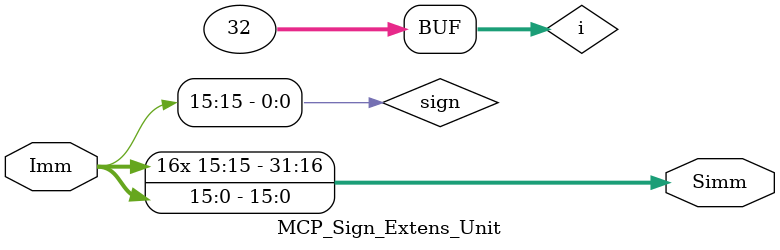
<source format=v>
`timescale 1ns / 1ps


module MCP_Sign_Extens_Unit #(parameter WL = 32)
                          (input wire [15:0] Imm,
                           output reg [WL - 1:0] Simm);
//this just makes a word named immediate the legnth of WL while keeping the sign right
    reg sign;
    reg [WL-1:0] i;
    
    always @(Imm)
    begin
        sign = Imm[15];
        Simm = Imm;
        for(i = 15; i < WL; i = i + 1) Simm[i] = sign;
    end

endmodule

</source>
